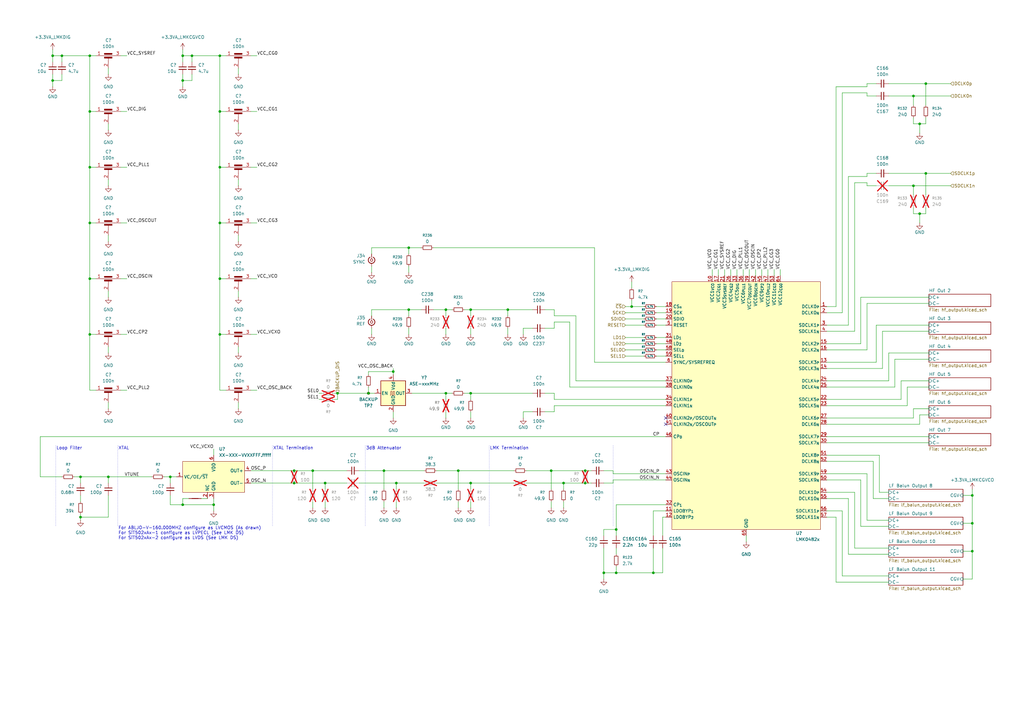
<source format=kicad_sch>
(kicad_sch (version 20250114) (generator "eeschema") (generator_version "9.0")
  (paper "A3")
  (text "For ABLJO-V-160.000MHZ configure as LVCMOS (As drawn)\nFor SiT502xAx-1 configure as LVPECL (See LMK DS)\nFor SiT502xAx-2 configure as LVDS (See LMK DS)\n" (at 48.514 215.9 0) (effects (font (size 1.27 1.27)) (justify left top)))
  (text "XTAL" (at 48.514 183.134 0) (effects (font (size 1.27 1.27)) (justify left top)))
  (text "Loop Filter" (at 23.114 183.134 0) (effects (font (size 1.27 1.27)) (justify left top)))
  (text "LMK Termination" (at 200.914 183.134 0) (effects (font (size 1.27 1.27)) (justify left top)))
  (text "3dB Attenuator" (at 150.114 183.134 0) (effects (font (size 1.27 1.27)) (justify left top)))
  (text "XTAL Termination" (at 112.014 183.134 0) (effects (font (size 1.27 1.27)) (justify left top)))
  (junction (at 90.17 137.16))
  (junction (at 120.65 193.04))
  (junction (at 36.83 68.58))
  (junction (at 25.4 22.86))
  (junction (at 374.65 39.37))
  (junction (at 193.04 198.12))
  (junction (at 138.43 161.29))
  (junction (at 69.85 195.58))
  (junction (at 90.17 114.3))
  (junction (at 161.29 152.4))
  (junction (at 36.83 45.72))
  (junction (at 162.56 198.12))
  (junction (at 90.17 68.58))
  (junction (at 252.73 234.95))
  (junction (at 36.83 91.44))
  (junction (at 182.88 161.29))
  (junction (at 377.19 50.8))
  (junction (at 398.78 226.06))
  (junction (at 398.78 203.2))
  (junction (at 90.17 22.86))
  (junction (at 259.08 125.73))
  (junction (at 78.74 22.86))
  (junction (at 240.03 198.12))
  (junction (at 21.59 33.02))
  (junction (at 21.59 22.86))
  (junction (at 247.65 234.95))
  (junction (at 226.06 193.04))
  (junction (at 267.97 234.95))
  (junction (at 240.03 193.04))
  (junction (at 36.83 137.16))
  (junction (at 33.02 195.58))
  (junction (at 90.17 91.44))
  (junction (at 377.19 87.63))
  (junction (at 90.17 45.72))
  (junction (at 374.65 76.2))
  (junction (at 193.04 161.29))
  (junction (at 398.78 214.63))
  (junction (at 231.14 198.12))
  (junction (at 44.45 195.58))
  (junction (at 379.73 71.12))
  (junction (at 157.48 193.04))
  (junction (at 208.28 127))
  (junction (at 74.93 22.86))
  (junction (at 33.02 212.09))
  (junction (at 128.27 193.04))
  (junction (at 167.64 127))
  (junction (at 379.73 34.29))
  (junction (at 182.88 127))
  (junction (at 193.04 127))
  (junction (at 87.63 207.01))
  (junction (at 74.93 207.01))
  (junction (at 151.13 161.29))
  (junction (at 120.65 198.12))
  (junction (at 187.96 193.04))
  (junction (at 167.64 101.6))
  (junction (at 36.83 114.3))
  (junction (at 74.93 33.02))
  (junction (at 252.73 217.17))
  (junction (at 133.35 198.12))
  (junction (at 36.83 22.86))
  (no_connect (at 273.05 171.45))
  (no_connect (at 273.05 173.99))
  (wire (pts (xy 128.27 193.04) (xy 128.27 200.66)))
  (wire (pts (xy 227.33 134.62) (xy 227.33 132.08)))
  (wire (pts (xy 44.45 50.8) (xy 44.45 53.34)))
  (wire (pts (xy 44.45 203.2) (xy 44.45 212.09)))
  (wire (pts (xy 187.96 193.04) (xy 187.96 200.66)))
  (wire (pts (xy 350.52 201.93) (xy 350.52 224.79)))
  (wire (pts (xy 360.68 186.69) (xy 360.68 201.93)))
  (wire (pts (xy 247.65 234.95) (xy 247.65 237.49)))
  (wire (pts (xy 355.6 72.39) (xy 355.6 71.12)))
  (wire (pts (xy 394.97 203.2) (xy 398.78 203.2)))
  (wire (pts (xy 49.53 45.72) (xy 52.07 45.72)))
  (wire (pts (xy 339.09 128.27) (xy 345.44 128.27)))
  (wire (pts (xy 102.87 137.16) (xy 105.41 137.16)))
  (wire (pts (xy 379.73 80.01) (xy 379.73 71.12)))
  (wire (pts (xy 355.6 74.93) (xy 355.6 76.2)))
  (wire (pts (xy 33.02 212.09) (xy 33.02 213.36)))
  (polyline (pts (xy 200.66 182.88) (xy 200.66 215.9)) (stroke (width 0) (type dot)))
  (wire (pts (xy 90.17 91.44) (xy 92.71 91.44)))
  (wire (pts (xy 49.53 160.02) (xy 52.07 160.02)))
  (wire (pts (xy 90.17 114.3) (xy 92.71 114.3)))
  (wire (pts (xy 193.04 127) (xy 208.28 127)))
  (wire (pts (xy 367.03 158.75) (xy 367.03 147.32)))
  (wire (pts (xy 350.52 224.79) (xy 364.49 224.79)))
  (wire (pts (xy 339.09 201.93) (xy 350.52 201.93)))
  (wire (pts (xy 339.09 189.23) (xy 358.14 189.23)))
  (wire (pts (xy 252.73 217.17) (xy 252.73 219.71)))
  (wire (pts (xy 227.33 161.29) (xy 227.33 163.83)))
  (wire (pts (xy 271.78 219.71) (xy 271.78 212.09)))
  (wire (pts (xy 339.09 212.09) (xy 342.9 212.09)))
  (wire (pts (xy 364.49 76.2) (xy 374.65 76.2)))
  (wire (pts (xy 317.5 110.49) (xy 317.5 113.03)))
  (wire (pts (xy 247.65 193.04) (xy 251.46 193.04)))
  (wire (pts (xy 90.17 22.86) (xy 92.71 22.86)))
  (wire (pts (xy 345.44 236.22) (xy 364.49 236.22)))
  (wire (pts (xy 44.45 165.1) (xy 44.45 167.64)))
  (wire (pts (xy 16.51 179.07) (xy 16.51 195.58)))
  (wire (pts (xy 87.63 207.01) (xy 87.63 209.55)))
  (wire (pts (xy 179.07 198.12) (xy 193.04 198.12)))
  (wire (pts (xy 299.72 110.49) (xy 299.72 113.03)))
  (wire (pts (xy 271.78 212.09) (xy 273.05 212.09)))
  (wire (pts (xy 339.09 133.35) (xy 347.98 133.35)))
  (wire (pts (xy 36.83 114.3) (xy 36.83 137.16)))
  (wire (pts (xy 347.98 72.39) (xy 347.98 133.35)))
  (wire (pts (xy 161.29 152.4) (xy 161.29 153.67)))
  (wire (pts (xy 269.24 125.73) (xy 273.05 125.73)))
  (wire (pts (xy 374.65 167.64) (xy 374.65 171.45)))
  (wire (pts (xy 102.87 91.44) (xy 105.41 91.44)))
  (wire (pts (xy 87.63 207.01) (xy 87.63 204.47)))
  (wire (pts (xy 374.65 76.2) (xy 389.89 76.2)))
  (wire (pts (xy 77.47 204.47) (xy 74.93 204.47)))
  (wire (pts (xy 360.68 201.93) (xy 364.49 201.93)))
  (wire (pts (xy 102.87 68.58) (xy 105.41 68.58)))
  (wire (pts (xy 269.24 128.27) (xy 273.05 128.27)))
  (wire (pts (xy 44.45 73.66) (xy 44.45 76.2)))
  (wire (pts (xy 339.09 140.97) (xy 353.06 140.97)))
  (wire (pts (xy 398.78 200.66) (xy 398.78 203.2)))
  (wire (pts (xy 78.74 22.86) (xy 78.74 25.4)))
  (wire (pts (xy 320.04 110.49) (xy 320.04 113.03)))
  (wire (pts (xy 236.22 129.54) (xy 236.22 156.21)))
  (wire (pts (xy 157.48 205.74) (xy 157.48 208.28)))
  (wire (pts (xy 377.19 87.63) (xy 379.73 87.63)))
  (wire (pts (xy 267.97 234.95) (xy 252.73 234.95)))
  (wire (pts (xy 369.57 163.83) (xy 369.57 156.21)))
  (wire (pts (xy 304.8 110.49) (xy 304.8 113.03)))
  (wire (pts (xy 33.02 210.82) (xy 33.02 212.09)))
  (wire (pts (xy 21.59 22.86) (xy 25.4 22.86)))
  (wire (pts (xy 215.9 193.04) (xy 226.06 193.04)))
  (wire (pts (xy 256.54 133.35) (xy 264.16 133.35)))
  (wire (pts (xy 36.83 137.16) (xy 36.83 160.02)))
  (wire (pts (xy 269.24 138.43) (xy 273.05 138.43)))
  (wire (pts (xy 36.83 45.72) (xy 36.83 68.58)))
  (wire (pts (xy 138.43 161.29) (xy 138.43 163.83)))
  (wire (pts (xy 190.5 161.29) (xy 193.04 161.29)))
  (wire (pts (xy 339.09 156.21) (xy 364.49 156.21)))
  (wire (pts (xy 251.46 193.04) (xy 251.46 194.31)))
  (wire (pts (xy 132.08 163.83) (xy 130.81 163.83)))
  (wire (pts (xy 367.03 147.32) (xy 381 147.32)))
  (wire (pts (xy 74.93 22.86) (xy 74.93 25.4)))
  (wire (pts (xy 251.46 196.85) (xy 251.46 198.12)))
  (wire (pts (xy 193.04 198.12) (xy 210.82 198.12)))
  (wire (pts (xy 267.97 209.55) (xy 273.05 209.55)))
  (wire (pts (xy 193.04 198.12) (xy 193.04 200.66)))
  (wire (pts (xy 355.6 124.46) (xy 381 124.46)))
  (wire (pts (xy 167.64 101.6) (xy 172.72 101.6)))
  (wire (pts (xy 379.73 34.29) (xy 364.49 34.29)))
  (wire (pts (xy 90.17 160.02) (xy 92.71 160.02)))
  (wire (pts (xy 339.09 186.69) (xy 360.68 186.69)))
  (wire (pts (xy 120.65 198.12) (xy 133.35 198.12)))
  (wire (pts (xy 353.06 121.92) (xy 381 121.92)))
  (wire (pts (xy 227.33 132.08) (xy 233.68 132.08)))
  (wire (pts (xy 394.97 226.06) (xy 398.78 226.06)))
  (wire (pts (xy 74.93 207.01) (xy 87.63 207.01)))
  (wire (pts (xy 82.55 204.47) (xy 85.09 204.47)))
  (wire (pts (xy 398.78 226.06) (xy 398.78 237.49)))
  (wire (pts (xy 358.14 189.23) (xy 358.14 204.47)))
  (wire (pts (xy 223.52 161.29) (xy 227.33 161.29)))
  (wire (pts (xy 379.73 34.29) (xy 389.89 34.29)))
  (wire (pts (xy 269.24 146.05) (xy 273.05 146.05)))
  (wire (pts (xy 355.6 35.56) (xy 355.6 34.29)))
  (polyline (pts (xy 48.26 182.88) (xy 48.26 215.9)) (stroke (width 0) (type dot)))
  (wire (pts (xy 374.65 50.8) (xy 377.19 50.8)))
  (wire (pts (xy 355.6 38.1) (xy 355.6 39.37)))
  (wire (pts (xy 167.64 127) (xy 167.64 129.54)))
  (wire (pts (xy 36.83 91.44) (xy 39.37 91.44)))
  (wire (pts (xy 167.64 101.6) (xy 167.64 104.14)))
  (wire (pts (xy 374.65 87.63) (xy 377.19 87.63)))
  (wire (pts (xy 90.17 68.58) (xy 92.71 68.58)))
  (wire (pts (xy 69.85 207.01) (xy 74.93 207.01)))
  (wire (pts (xy 355.6 194.31) (xy 355.6 213.36)))
  (wire (pts (xy 372.11 158.75) (xy 381 158.75)))
  (wire (pts (xy 214.63 134.62) (xy 214.63 137.16)))
  (wire (pts (xy 355.6 213.36) (xy 364.49 213.36)))
  (wire (pts (xy 69.85 203.2) (xy 69.85 207.01)))
  (wire (pts (xy 394.97 214.63) (xy 398.78 214.63)))
  (wire (pts (xy 240.03 193.04) (xy 242.57 193.04)))
  (wire (pts (xy 353.06 215.9) (xy 364.49 215.9)))
  (wire (pts (xy 90.17 114.3) (xy 90.17 137.16)))
  (wire (pts (xy 97.79 142.24) (xy 97.79 144.78)))
  (wire (pts (xy 259.08 125.73) (xy 264.16 125.73)))
  (wire (pts (xy 44.45 195.58) (xy 44.45 198.12)))
  (wire (pts (xy 74.93 204.47) (xy 74.93 207.01)))
  (wire (pts (xy 359.41 148.59) (xy 359.41 133.35)))
  (wire (pts (xy 353.06 140.97) (xy 353.06 121.92)))
  (wire (pts (xy 182.88 127) (xy 182.88 129.54)))
  (wire (pts (xy 252.73 207.01) (xy 252.73 217.17)))
  (wire (pts (xy 309.88 110.49) (xy 309.88 113.03)))
  (wire (pts (xy 223.52 168.91) (xy 227.33 168.91)))
  (wire (pts (xy 162.56 205.74) (xy 162.56 208.28)))
  (wire (pts (xy 161.29 151.13) (xy 161.29 152.4)))
  (wire (pts (xy 252.73 234.95) (xy 247.65 234.95)))
  (wire (pts (xy 36.83 68.58) (xy 36.83 91.44)))
  (wire (pts (xy 36.83 91.44) (xy 36.83 114.3)))
  (wire (pts (xy 97.79 73.66) (xy 97.79 76.2)))
  (wire (pts (xy 214.63 168.91) (xy 218.44 168.91)))
  (wire (pts (xy 182.88 134.62) (xy 182.88 137.16)))
  (wire (pts (xy 227.33 127) (xy 227.33 129.54)))
  (wire (pts (xy 182.88 168.91) (xy 182.88 171.45)))
  (wire (pts (xy 152.4 101.6) (xy 152.4 104.14)))
  (wire (pts (xy 102.87 45.72) (xy 105.41 45.72)))
  (wire (pts (xy 247.65 224.79) (xy 247.65 234.95)))
  (wire (pts (xy 162.56 198.12) (xy 162.56 200.66)))
  (wire (pts (xy 33.02 195.58) (xy 44.45 195.58)))
  (wire (pts (xy 377.19 50.8) (xy 379.73 50.8)))
  (wire (pts (xy 36.83 160.02) (xy 39.37 160.02)))
  (wire (pts (xy 167.64 109.22) (xy 167.64 111.76)))
  (wire (pts (xy 157.48 193.04) (xy 173.99 193.04)))
  (wire (pts (xy 36.83 137.16) (xy 39.37 137.16)))
  (wire (pts (xy 251.46 196.85) (xy 273.05 196.85)))
  (wire (pts (xy 193.04 161.29) (xy 193.04 163.83)))
  (wire (pts (xy 128.27 193.04) (xy 142.24 193.04)))
  (wire (pts (xy 227.33 163.83) (xy 273.05 163.83)))
  (wire (pts (xy 187.96 205.74) (xy 187.96 208.28)))
  (wire (pts (xy 152.4 101.6) (xy 167.64 101.6)))
  (wire (pts (xy 182.88 161.29) (xy 185.42 161.29)))
  (wire (pts (xy 151.13 158.75) (xy 151.13 161.29)))
  (wire (pts (xy 339.09 181.61) (xy 381 181.61)))
  (wire (pts (xy 97.79 119.38) (xy 97.79 121.92)))
  (wire (pts (xy 16.51 179.07) (xy 273.05 179.07)))
  (wire (pts (xy 147.32 193.04) (xy 157.48 193.04)))
  (wire (pts (xy 307.34 110.49) (xy 307.34 113.03)))
  (wire (pts (xy 297.18 110.49) (xy 297.18 113.03)))
  (wire (pts (xy 223.52 127) (xy 227.33 127)))
  (wire (pts (xy 347.98 72.39) (xy 355.6 72.39)))
  (wire (pts (xy 97.79 27.94) (xy 97.79 30.48)))
  (wire (pts (xy 339.09 163.83) (xy 369.57 163.83)))
  (wire (pts (xy 90.17 45.72) (xy 92.71 45.72)))
  (wire (pts (xy 306.07 219.71) (xy 306.07 222.25)))
  (wire (pts (xy 21.59 22.86) (xy 21.59 25.4)))
  (wire (pts (xy 269.24 133.35) (xy 273.05 133.35)))
  (wire (pts (xy 379.73 71.12) (xy 364.49 71.12)))
  (wire (pts (xy 379.73 43.18) (xy 379.73 34.29)))
  (wire (pts (xy 177.8 127) (xy 182.88 127)))
  (wire (pts (xy 102.87 22.86) (xy 105.41 22.86)))
  (wire (pts (xy 21.59 30.48) (xy 21.59 33.02)))
  (wire (pts (xy 187.96 193.04) (xy 210.82 193.04)))
  (wire (pts (xy 269.24 130.81) (xy 273.05 130.81)))
  (wire (pts (xy 256.54 140.97) (xy 264.16 140.97)))
  (wire (pts (xy 21.59 33.02) (xy 25.4 33.02)))
  (wire (pts (xy 243.84 148.59) (xy 243.84 101.6)))
  (wire (pts (xy 152.4 127) (xy 152.4 129.54)))
  (wire (pts (xy 231.14 198.12) (xy 240.03 198.12)))
  (wire (pts (xy 273.05 148.59) (xy 243.84 148.59)))
  (wire (pts (xy 49.53 114.3) (xy 52.07 114.3)))
  (wire (pts (xy 233.68 158.75) (xy 273.05 158.75)))
  (polyline (pts (xy 251.46 182.88) (xy 251.46 215.9)) (stroke (width 0) (type dot)))
  (wire (pts (xy 345.44 38.1) (xy 355.6 38.1)))
  (wire (pts (xy 157.48 193.04) (xy 157.48 200.66)))
  (wire (pts (xy 233.68 132.08) (xy 233.68 158.75)))
  (wire (pts (xy 251.46 194.31) (xy 273.05 194.31)))
  (wire (pts (xy 314.96 110.49) (xy 314.96 113.03)))
  (wire (pts (xy 138.43 161.29) (xy 151.13 161.29)))
  (wire (pts (xy 355.6 71.12) (xy 359.41 71.12)))
  (wire (pts (xy 190.5 127) (xy 193.04 127)))
  (wire (pts (xy 247.65 219.71) (xy 247.65 217.17)))
  (wire (pts (xy 49.53 22.86) (xy 52.07 22.86)))
  (wire (pts (xy 271.78 234.95) (xy 267.97 234.95)))
  (wire (pts (xy 44.45 142.24) (xy 44.45 144.78)))
  (wire (pts (xy 44.45 212.09) (xy 33.02 212.09)))
  (wire (pts (xy 374.65 85.09) (xy 374.65 87.63)))
  (wire (pts (xy 312.42 110.49) (xy 312.42 113.03)))
  (wire (pts (xy 133.35 198.12) (xy 133.35 200.66)))
  (wire (pts (xy 339.09 148.59) (xy 359.41 148.59)))
  (wire (pts (xy 152.4 109.22) (xy 152.4 111.76)))
  (wire (pts (xy 339.09 143.51) (xy 355.6 143.51)))
  (wire (pts (xy 339.09 196.85) (xy 353.06 196.85)))
  (wire (pts (xy 151.13 152.4) (xy 161.29 152.4)))
  (wire (pts (xy 74.93 30.48) (xy 74.93 33.02)))
  (wire (pts (xy 36.83 22.86) (xy 36.83 45.72)))
  (wire (pts (xy 377.19 87.63) (xy 377.19 91.44)))
  (wire (pts (xy 167.64 127) (xy 172.72 127)))
  (wire (pts (xy 78.74 22.86) (xy 90.17 22.86)))
  (wire (pts (xy 398.78 214.63) (xy 398.78 226.06)))
  (wire (pts (xy 138.43 163.83) (xy 137.16 163.83)))
  (polyline (pts (xy 22.86 182.88) (xy 22.86 215.9)) (stroke (width 0) (type dot)))
  (wire (pts (xy 247.65 217.17) (xy 252.73 217.17)))
  (wire (pts (xy 177.8 101.6) (xy 243.84 101.6)))
  (wire (pts (xy 25.4 22.86) (xy 36.83 22.86)))
  (wire (pts (xy 339.09 204.47) (xy 347.98 204.47)))
  (wire (pts (xy 193.04 168.91) (xy 193.04 171.45)))
  (wire (pts (xy 44.45 27.94) (xy 44.45 30.48)))
  (wire (pts (xy 355.6 76.2) (xy 359.41 76.2)))
  (wire (pts (xy 381 170.18) (xy 377.19 170.18)))
  (wire (pts (xy 90.17 91.44) (xy 90.17 114.3)))
  (wire (pts (xy 179.07 193.04) (xy 187.96 193.04)))
  (wire (pts (xy 256.54 146.05) (xy 264.16 146.05)))
  (wire (pts (xy 252.73 224.79) (xy 252.73 227.33)))
  (wire (pts (xy 339.09 125.73) (xy 342.9 125.73)))
  (wire (pts (xy 193.04 134.62) (xy 193.04 137.16)))
  (wire (pts (xy 355.6 34.29) (xy 359.41 34.29)))
  (wire (pts (xy 162.56 198.12) (xy 173.99 198.12)))
  (wire (pts (xy 374.65 39.37) (xy 389.89 39.37)))
  (wire (pts (xy 342.9 35.56) (xy 342.9 125.73)))
  (wire (pts (xy 339.09 173.99) (xy 377.19 173.99)))
  (wire (pts (xy 36.83 22.86) (xy 39.37 22.86)))
  (wire (pts (xy 90.17 45.72) (xy 90.17 68.58)))
  (wire (pts (xy 256.54 128.27) (xy 264.16 128.27)))
  (wire (pts (xy 339.09 171.45) (xy 374.65 171.45)))
  (wire (pts (xy 223.52 134.62) (xy 227.33 134.62)))
  (wire (pts (xy 339.09 166.37) (xy 372.11 166.37)))
  (wire (pts (xy 102.87 193.04) (xy 120.65 193.04)))
  (wire (pts (xy 227.33 166.37) (xy 273.05 166.37)))
  (wire (pts (xy 347.98 227.33) (xy 364.49 227.33)))
  (wire (pts (xy 74.93 22.86) (xy 78.74 22.86)))
  (wire (pts (xy 25.4 22.86) (xy 25.4 25.4)))
  (wire (pts (xy 350.52 74.93) (xy 355.6 74.93)))
  (wire (pts (xy 21.59 20.32) (xy 21.59 22.86)))
  (wire (pts (xy 97.79 96.52) (xy 97.79 99.06)))
  (wire (pts (xy 259.08 123.19) (xy 259.08 125.73)))
  (wire (pts (xy 345.44 38.1) (xy 345.44 128.27)))
  (wire (pts (xy 69.85 195.58) (xy 72.39 195.58)))
  (wire (pts (xy 78.74 33.02) (xy 78.74 30.48)))
  (wire (pts (xy 74.93 33.02) (xy 78.74 33.02)))
  (wire (pts (xy 347.98 204.47) (xy 347.98 227.33)))
  (wire (pts (xy 302.26 110.49) (xy 302.26 113.03)))
  (wire (pts (xy 355.6 39.37) (xy 359.41 39.37)))
  (wire (pts (xy 374.65 48.26) (xy 374.65 50.8)))
  (wire (pts (xy 182.88 161.29) (xy 182.88 163.83)))
  (wire (pts (xy 215.9 198.12) (xy 231.14 198.12)))
  (wire (pts (xy 21.59 33.02) (xy 21.59 35.56)))
  (wire (pts (xy 269.24 143.51) (xy 273.05 143.51)))
  (wire (pts (xy 339.09 158.75) (xy 367.03 158.75)))
  (wire (pts (xy 394.97 237.49) (xy 398.78 237.49)))
  (wire (pts (xy 252.73 232.41) (xy 252.73 234.95)))
  (polyline (pts (xy 149.86 182.88) (xy 149.86 215.9)) (stroke (width 0) (type dot)))
  (wire (pts (xy 36.83 114.3) (xy 39.37 114.3)))
  (wire (pts (xy 252.73 207.01) (xy 273.05 207.01)))
  (wire (pts (xy 364.49 39.37) (xy 374.65 39.37)))
  (wire (pts (xy 208.28 127) (xy 218.44 127)))
  (wire (pts (xy 152.4 127) (xy 167.64 127)))
  (wire (pts (xy 226.06 193.04) (xy 240.03 193.04)))
  (wire (pts (xy 214.63 134.62) (xy 218.44 134.62)))
  (wire (pts (xy 102.87 198.12) (xy 120.65 198.12)))
  (wire (pts (xy 267.97 219.71) (xy 267.97 209.55)))
  (wire (pts (xy 231.14 205.74) (xy 231.14 208.28)))
  (wire (pts (xy 128.27 205.74) (xy 128.27 208.28)))
  (wire (pts (xy 97.79 165.1) (xy 97.79 167.64)))
  (wire (pts (xy 355.6 124.46) (xy 355.6 143.51)))
  (wire (pts (xy 353.06 196.85) (xy 353.06 215.9)))
  (wire (pts (xy 339.09 135.89) (xy 350.52 135.89)))
  (wire (pts (xy 49.53 91.44) (xy 52.07 91.44)))
  (wire (pts (xy 292.1 110.49) (xy 292.1 113.03)))
  (wire (pts (xy 342.9 238.76) (xy 364.49 238.76)))
  (wire (pts (xy 132.08 161.29) (xy 130.81 161.29)))
  (wire (pts (xy 90.17 68.58) (xy 90.17 91.44)))
  (wire (pts (xy 398.78 203.2) (xy 398.78 214.63)))
  (wire (pts (xy 74.93 20.32) (xy 74.93 22.86)))
  (wire (pts (xy 256.54 130.81) (xy 264.16 130.81)))
  (wire (pts (xy 231.14 198.12) (xy 231.14 200.66)))
  (wire (pts (xy 379.73 50.8) (xy 379.73 48.26)))
  (wire (pts (xy 227.33 129.54) (xy 236.22 129.54)))
  (wire (pts (xy 339.09 151.13) (xy 361.95 151.13)))
  (wire (pts (xy 97.79 50.8) (xy 97.79 53.34)))
  (wire (pts (xy 256.54 143.51) (xy 264.16 143.51)))
  (wire (pts (xy 240.03 198.12) (xy 242.57 198.12)))
  (wire (pts (xy 168.91 161.29) (xy 182.88 161.29)))
  (wire (pts (xy 364.49 204.47) (xy 358.14 204.47)))
  (wire (pts (xy 372.11 166.37) (xy 372.11 158.75)))
  (wire (pts (xy 102.87 160.02) (xy 105.41 160.02)))
  (wire (pts (xy 25.4 33.02) (xy 25.4 30.48)))
  (wire (pts (xy 90.17 137.16) (xy 92.71 137.16)))
  (wire (pts (xy 364.49 156.21) (xy 364.49 144.78)))
  (wire (pts (xy 361.95 135.89) (xy 361.95 151.13)))
  (wire (pts (xy 379.73 71.12) (xy 389.89 71.12)))
  (wire (pts (xy 271.78 224.79) (xy 271.78 234.95)))
  (wire (pts (xy 374.65 167.64) (xy 381 167.64)))
  (wire (pts (xy 147.32 198.12) (xy 162.56 198.12)))
  (wire (pts (xy 256.54 138.43) (xy 264.16 138.43)))
  (wire (pts (xy 369.57 156.21) (xy 381 156.21)))
  (wire (pts (xy 193.04 205.74) (xy 193.04 208.28)))
  (wire (pts (xy 44.45 119.38) (xy 44.45 121.92)))
  (wire (pts (xy 374.65 39.37) (xy 374.65 43.18)))
  (wire (pts (xy 350.52 74.93) (xy 350.52 135.89)))
  (wire (pts (xy 259.08 115.57) (xy 259.08 118.11)))
  (wire (pts (xy 16.51 195.58) (xy 25.4 195.58)))
  (wire (pts (xy 69.85 195.58) (xy 69.85 198.12)))
  (wire (pts (xy 342.9 212.09) (xy 342.9 238.76)))
  (wire (pts (xy 345.44 209.55) (xy 345.44 236.22)))
  (wire (pts (xy 208.28 134.62) (xy 208.28 137.16)))
  (wire (pts (xy 269.24 140.97) (xy 273.05 140.97)))
  (wire (pts (xy 256.54 125.73) (xy 259.08 125.73)))
  (wire (pts (xy 49.53 68.58) (xy 52.07 68.58)))
  (wire (pts (xy 214.63 168.91) (xy 214.63 171.45)))
  (wire (pts (xy 374.65 76.2) (xy 374.65 80.01)))
  (wire (pts (xy 359.41 133.35) (xy 381 133.35)))
  (wire (pts (xy 227.33 168.91) (xy 227.33 166.37)))
  (wire (pts (xy 33.02 203.2) (xy 33.02 205.74)))
  (wire (pts (xy 30.48 195.58) (xy 33.02 195.58)))
  (wire (pts (xy 364.49 144.78) (xy 381 144.78)))
  (wire (pts (xy 90.17 137.16) (xy 90.17 160.02)))
  (wire (pts (xy 236.22 156.21) (xy 273.05 156.21)))
  (wire (pts (xy 133.35 205.74) (xy 133.35 208.28)))
  (wire (pts (xy 133.35 198.12) (xy 142.24 198.12)))
  (wire (pts (xy 120.65 193.04) (xy 128.27 193.04)))
  (wire (pts (xy 74.93 33.02) (xy 74.93 35.56)))
  (wire (pts (xy 152.4 134.62) (xy 152.4 137.16)))
  (wire (pts (xy 182.88 127) (xy 185.42 127)))
  (wire (pts (xy 193.04 127) (xy 193.04 129.54)))
  (wire (pts (xy 381 135.89) (xy 361.95 135.89)))
  (wire (pts (xy 161.29 168.91) (xy 161.29 171.45)))
  (wire (pts (xy 247.65 198.12) (xy 251.46 198.12)))
  (wire (pts (xy 36.83 45.72) (xy 39.37 45.72)))
  (wire (pts (xy 226.06 193.04) (xy 226.06 200.66)))
  (wire (pts (xy 226.06 205.74) (xy 226.06 208.28)))
  (wire (pts (xy 167.64 134.62) (xy 167.64 137.16)))
  (wire (pts (xy 377.19 50.8) (xy 377.19 54.61)))
  (wire (pts (xy 151.13 161.29) (xy 153.67 161.29)))
  (wire (pts (xy 67.31 195.58) (xy 69.85 195.58)))
  (wire (pts (xy 33.02 195.58) (xy 33.02 198.12)))
  (wire (pts (xy 342.9 35.56) (xy 355.6 35.56)))
  (polyline (pts (xy 111.76 182.88) (xy 111.76 215.9)) (stroke (width 0) (type dot)))
  (wire (pts (xy 151.13 153.67) (xy 151.13 152.4)))
  (wire (pts (xy 193.04 161.29) (xy 218.44 161.29)))
  (wire (pts (xy 44.45 195.58) (xy 62.23 195.58)))
  (wire (pts (xy 102.87 114.3) (xy 105.41 114.3)))
  (wire (pts (xy 339.09 209.55) (xy 345.44 209.55)))
  (wire (pts (xy 377.19 170.18) (xy 377.19 173.99)))
  (wire (pts (xy 36.83 68.58) (xy 39.37 68.58)))
  (wire (pts (xy 90.17 22.86) (xy 90.17 45.72)))
  (wire (pts (xy 294.64 110.49) (xy 294.64 113.03)))
  (wire (pts (xy 49.53 137.16) (xy 52.07 137.16)))
  (wire (pts (xy 44.45 96.52) (xy 44.45 99.06)))
  (wire (pts (xy 208.28 127) (xy 208.28 129.54)))
  (wire (pts (xy 339.09 194.31) (xy 355.6 194.31)))
  (wire (pts (xy 267.97 224.79) (xy 267.97 234.95)))
  (wire (pts (xy 87.63 184.15) (xy 87.63 186.69)))
  (wire (pts (xy 138.43 161.29) (xy 137.16 161.29)))
  (wire (pts (xy 339.09 179.07) (xy 381 179.07)))
  (wire (pts (xy 379.73 87.63) (xy 379.73 85.09)))
  (label "VCC_CG2" (at 105.41 68.58 0))
  (label "VCC_VCO" (at 105.41 114.3 0))
  (label "VCC_VCO" (at 292.1 110.49 90))
  (label "VCC_CP2" (at 312.42 110.49 90))
  (label "VCC_PLL1" (at 52.07 68.58 0))
  (label "VCC_OSCOUT" (at 307.34 110.49 90))
  (label "VCC_OSCIN" (at 52.07 114.3 0))
  (label "VCC_OSCIN" (at 309.88 110.49 90))
  (label "CP" (at 270.51 179.07 180))
  (label "VCC_CG3" (at 317.5 110.49 90))
  (label "VCC_CG3" (at 105.41 91.44 0))
  (label "VCC_CG2" (at 299.72 110.49 90))
  (label "VCC_CP2" (at 52.07 137.16 0))
  (label "VCC_PLL2" (at 52.07 160.02 0))
  (label "VCC_SYSREF" (at 52.07 22.86 0))
  (label "VCC_DIG" (at 302.26 110.49 90))
  (label "SEL1" (at 130.81 163.83 180))
  (label "VCC_CG1" (at 105.41 45.72 0))
  (label "VCC_OSC_BACK" (at 105.41 160.02 0))
  (label "OSCIN_N" (at 270.51 196.85 180))
  (label "VTUNE" (at 57.15 195.58 180))
  (label "VCC_CG0" (at 105.41 22.86 0))
  (label "VCC_VCXO" (at 87.63 184.15 180))
  (label "OSCIN_P" (at 270.51 194.31 180))
  (label "VCC_CG1" (at 294.64 110.49 90))
  (label "VCC_VCXO" (at 105.41 137.16 0))
  (label "SEL0" (at 130.81 161.29 180))
  (label "VCC_PLL2" (at 314.96 110.49 90))
  (label "VCC_SYSREF" (at 297.18 110.49 90))
  (label "VCC_PLL1" (at 304.8 110.49 90))
  (label "VCC_CG0" (at 320.04 110.49 90))
  (label "OSC_N" (at 102.87 198.12 0))
  (label "VCC_DIG" (at 52.07 45.72 0))
  (label "VCC_OSC_BACK" (at 161.29 151.13 180))
  (label "OSC_P" (at 102.87 193.04 0))
  (label "VCC_OSCOUT" (at 52.07 91.44 0))
  (hierarchical_label "LD2" (shape input) (at 256.54 140.97 180))
  (hierarchical_label "RESET" (shape input) (at 256.54 133.35 180))
  (hierarchical_label "SEL0" (shape input) (at 256.54 143.51 180))
  (hierarchical_label "SDCLK1n" (shape input) (at 389.89 76.2 0))
  (hierarchical_label "SCK" (shape input) (at 256.54 128.27 180))
  (hierarchical_label "LD1" (shape input) (at 256.54 138.43 180))
  (hierarchical_label "SDCLK1p" (shape input) (at 389.89 71.12 0))
  (hierarchical_label "~{CS}" (shape input) (at 256.54 125.73 180))
  (hierarchical_label "SDIO" (shape input) (at 256.54 130.81 180))
  (hierarchical_label "SEL1" (shape input) (at 256.54 146.05 180))
  (hierarchical_label "BACKUP_DIS" (shape input) (at 138.43 161.29 90))
  (hierarchical_label "DCLK0p" (shape input) (at 389.89 34.29 0))
  (hierarchical_label "DCLK0n" (shape input) (at 389.89 39.37 0))
  (symbol (lib_id "Device:R_Small") (at 176.53 193.04 90) (unit 1)
    (property "Reference" "R?" (at 176.53 187.96 90) (effects (font (size 1.016 1.016))))
    (property "Value" "38.3" (at 176.53 190.5 90))
    (property "Description" "Resistor, small symbol" (effects (hide yes)))
  )
  (symbol (lib_id "power:GND") (at 128.27 208.28 0) (unit 1)
    (property "Reference" "#PWR?" (effects (hide yes)))
    (property "Value" "GND" (at 128.27 213.36 0))
    (property "Description" "Power symbol creates a global label with name \"GND\" , ground" (effects (hide yes)))
  )
  (symbol (lib_id "Device:C_Small") (at 220.98 127 90) (unit 1)
    (property "Reference" "C236" (at 220.9863 120.65 90))
    (property "Value" "100n" (at 220.9863 123.19 90))
    (property "Footprint" "Capacitor_SMD:C_0402_1005Metric" (effects (hide yes)))
    (property "Description" "Unpolarized capacitor, small symbol" (effects (hide yes)))
    (property "DIGIKEY_PN" "490-14603-1-ND" (effects (hide yes)))
  )
  (symbol (lib_id "Device:R_Small") (at 120.65 195.58 0) (mirror y) (unit 1) (dnp yes)
    (property "Reference" "R?" (at 123.19 194.3099 0) (effects (font (size 1.016 1.016)) (justify right)))
    (property "Value" "100" (at 123.19 196.8499 0) (effects (justify right)))
    (property "Description" "Resistor, small symbol" (effects (hide yes)))
  )
  (symbol (lib_id "power:GND") (at 97.79 30.48 0) (unit 1)
    (property "Reference" "#PWR?" (effects (hide yes)))
    (property "Value" "GND" (at 97.79 35.56 0))
    (property "Description" "Power symbol creates a global label with name \"GND\" , ground" (effects (hide yes)))
  )
  (symbol (lib_id "power:GND") (at 193.04 171.45 0) (unit 1)
    (property "Reference" "#PWR?" (effects (hide yes)))
    (property "Value" "GND" (at 193.04 175.26 0))
    (property "Description" "Power symbol creates a global label with name \"GND\" , ground" (effects (hide yes)))
  )
  (symbol (lib_id "power:GND") (at 44.45 99.06 0) (unit 1)
    (property "Reference" "#PWR?" (effects (hide yes)))
    (property "Value" "GND" (at 44.45 104.14 0))
    (property "Description" "Power symbol creates a global label with name \"GND\" , ground" (effects (hide yes)))
  )
  (symbol (lib_id "Device:R_Small") (at 193.04 132.08 0) (unit 1) (dnp yes)
    (property "Reference" "R234" (at 195.58 130.8099 0) (effects (font (size 1.016 1.016)) (justify left)))
    (property "Value" "240" (at 195.58 133.3499 0) (effects (justify left)))
    (property "Description" "Resistor, small symbol" (effects (hide yes)))
  )
  (symbol (lib_id "Device:C_Small") (at 220.98 134.62 270) (unit 1)
    (property "Reference" "C237" (at 220.9737 140.97 90))
    (property "Value" "100n" (at 220.9737 138.43 90))
    (property "Footprint" "Capacitor_SMD:C_0402_1005Metric" (effects (hide yes)))
    (property "Description" "Unpolarized capacitor, small symbol" (effects (hide yes)))
    (property "DIGIKEY_PN" "490-14603-1-ND" (effects (hide yes)))
  )
  (symbol (lib_id "Device:R_Small") (at 167.64 106.68 0) (unit 1)
    (property "Reference" "R230" (at 165.1 105.4099 0) (effects (font (size 1.016 1.016)) (justify right)))
    (property "Value" "49.9" (at 165.1 107.9499 0) (effects (justify right)))
    (property "Description" "Resistor, small symbol" (effects (hide yes)))
  )
  (symbol (lib_id "Device:C_Feedthrough") (at 44.45 48.26 0) (unit 1)
    (property "Reference" "C?" (at 44.45 39.37 0))
    (property "Value" "100n" (at 44.45 41.91 0))
    (property "Description" "Feedthrough capacitor" (effects (hide yes)))
    (property "DIGIKEY_PN" "490-6969-1-ND" (effects (hide yes)))
  )
  (symbol (lib_id "Device:C_Small") (at 21.59 27.94 0) (mirror y) (unit 1)
    (property "Reference" "C?" (at 19.05 26.6762 0) (effects (justify left)))
    (property "Value" "10u" (at 19.05 29.2162 0) (effects (justify left)))
    (property "Footprint" "Capacitor_SMD:C_0603_1608Metric" (effects (hide yes)))
    (property "Description" "Unpolarized capacitor, small symbol" (effects (hide yes)))
    (property "DIGIKEY_PN" "490-10727-1-ND" (effects (hide yes)))
  )
  (symbol (lib_id "power:GND") (at 87.63 209.55 0) (unit 1)
    (property "Reference" "#PWR?" (effects (hide yes)))
    (property "Value" "GND" (at 87.63 214.63 0))
    (property "Description" "Power symbol creates a global label with name \"GND\" , ground" (effects (hide yes)))
  )
  (symbol (lib_id "power:GND") (at 33.02 213.36 0) (unit 1)
    (property "Reference" "#PWR?" (effects (hide yes)))
    (property "Value" "GND" (at 33.02 218.44 0))
    (property "Description" "Power symbol creates a global label with name \"GND\" , ground" (effects (hide yes)))
  )
  (symbol (lib_id "Device:R_Small") (at 187.96 203.2 0) (unit 1)
    (property "Reference" "R?" (at 185.42 201.9299 0) (effects (font (size 1.016 1.016)) (justify right)))
    (property "Value" "150" (at 185.42 204.4699 0) (effects (justify right)))
    (property "Description" "Resistor, small symbol" (effects (hide yes)))
  )
  (symbol (lib_id "Device:C_Small") (at 361.95 71.12 90) (unit 1)
    (property "Reference" "C168" (at 361.9563 64.77 90))
    (property "Value" "100n" (at 361.9563 67.31 90))
    (property "Footprint" "Capacitor_SMD:C_0402_1005Metric" (effects (hide yes)))
    (property "Description" "Unpolarized capacitor, small symbol" (effects (hide yes)))
    (property "DIGIKEY_PN" "490-14603-1-ND" (effects (hide yes)))
  )
  (symbol (lib_id "Device:C_Small") (at 25.4 27.94 0) (unit 1)
    (property "Reference" "C?" (at 27.94 26.6762 0) (effects (justify left)))
    (property "Value" "4.7u" (at 27.94 29.2162 0) (effects (justify left)))
    (property "Footprint" "Capacitor_SMD:C_1206_3216Metric" (effects (hide yes)))
    (property "Description" "Unpolarized capacitor, small symbol" (effects (hide yes)))
    (property "DIGIKEY_PN" "490-GRM31CZ72A475ME11LCT-ND" (effects (hide yes)))
  )
  (symbol (lib_id "Device:C_Small") (at 245.11 198.12 270) (unit 1)
    (property "Reference" "C?" (at 245.1037 204.47 90))
    (property "Value" "100n" (at 245.1037 201.93 90))
    (property "Footprint" "Capacitor_SMD:C_0402_1005Metric" (effects (hide yes)))
    (property "Description" "Unpolarized capacitor, small symbol" (effects (hide yes)))
    (property "DIGIKEY_PN" "490-14603-1-ND" (effects (hide yes)))
  )
  (symbol (lib_id "Device:C_Feedthrough") (at 97.79 162.56 0) (unit 1)
    (property "Reference" "C?" (at 97.79 153.67 0))
    (property "Value" "100n" (at 97.79 156.21 0))
    (property "Description" "Feedthrough capacitor" (effects (hide yes)))
    (property "DIGIKEY_PN" "490-6969-1-ND" (effects (hide yes)))
  )
  (symbol (lib_id "Device:R_Small") (at 266.7 128.27 90) (unit 1)
    (property "Reference" "R?" (at 263.906 127 90) (effects (font (size 0.762 0.762))))
    (property "Value" "4.7k" (at 266.7 128.27 90) (effects (font (size 0.762 0.762))))
    (property "Footprint" "Resistor_SMD:R_0402_1005Metric" (effects (hide yes)))
    (property "Description" "Resistor, small symbol" (effects (hide yes)))
    (property "DIGIKEY_PN" "311-4.7KJRCT-ND" (effects (hide yes)))
  )
  (symbol (lib_id "Device:C_Small") (at 361.95 76.2 90) (mirror x) (unit 1) (dnp yes)
    (property "Reference" "C169" (at 361.9563 82.55 90))
    (property "Value" "100n" (at 361.9563 80.01 90))
    (property "Footprint" "Capacitor_SMD:C_0402_1005Metric" (effects (hide yes)))
    (property "Description" "Unpolarized capacitor, small symbol" (effects (hide yes)))
    (property "DIGIKEY_PN" "490-14603-1-ND" (effects (hide yes)))
  )
  (symbol (lib_id "Device:C_Small") (at 74.93 27.94 0) (mirror y) (unit 1)
    (property "Reference" "C?" (at 72.39 26.6762 0) (effects (justify left)))
    (property "Value" "10u" (at 72.39 29.2162 0) (effects (justify left)))
    (property "Footprint" "Capacitor_SMD:C_0603_1608Metric" (effects (hide yes)))
    (property "Description" "Unpolarized capacitor, small symbol" (effects (hide yes)))
    (property "DIGIKEY_PN" "490-10727-1-ND" (effects (hide yes)))
  )
  (symbol (lib_id "Device:R_Small") (at 226.06 203.2 0) (unit 1)
    (property "Reference" "R?" (at 223.52 201.9299 0) (effects (font (size 1.016 1.016)) (justify right)))
    (property "Value" "49.9" (at 223.52 204.4699 0) (effects (justify right)))
    (property "Description" "Resistor, small symbol" (effects (hide yes)))
  )
  (symbol (lib_id "power:GND") (at 247.65 237.49 0) (mirror y) (unit 1)
    (property "Reference" "#PWR0180" (effects (hide yes)))
    (property "Value" "GND" (at 247.65 242.57 0))
    (property "Description" "Power symbol creates a global label with name \"GND\" , ground" (effects (hide yes)))
  )
  (symbol (lib_id "Device:R_Small") (at 193.04 203.2 0) (mirror y) (unit 1) (dnp yes)
    (property "Reference" "R?" (at 195.58 201.9299 0) (effects (font (size 1.016 1.016)) (justify right)))
    (property "Value" "150" (at 195.58 204.4699 0) (effects (justify right)))
    (property "Description" "Resistor, small symbol" (effects (hide yes)))
  )
  (symbol (lib_id "Device:R_Small") (at 167.64 132.08 0) (unit 1)
    (property "Reference" "R235" (at 165.1 130.8099 0) (effects (font (size 1.016 1.016)) (justify right)))
    (property "Value" "49.9" (at 165.1 133.3499 0) (effects (justify right)))
    (property "Description" "Resistor, small symbol" (effects (hide yes)))
  )
  (symbol (lib_id "Device:NetTie_2") (at 80.01 204.47 0) (unit 1) (in_bom no)
    (property "Reference" "NT?" (effects (hide yes)))
    (property "Value" "NetTie_2" (effects (hide yes)))
    (property "Description" "Net tie, 2 pins" (effects (hide yes)))
  )
  (symbol (lib_id "Device:R_Small") (at 266.7 138.43 90) (unit 1)
    (property "Reference" "R?" (at 263.906 137.16 90) (effects (font (size 0.762 0.762))))
    (property "Value" "4.7k" (at 266.7 138.43 90) (effects (font (size 0.762 0.762))))
    (property "Footprint" "Resistor_SMD:R_0402_1005Metric" (effects (hide yes)))
    (property "Description" "Resistor, small symbol" (effects (hide yes)))
    (property "DIGIKEY_PN" "311-4.7KJRCT-ND" (effects (hide yes)))
  )
  (symbol (lib_id "power:GND") (at 231.14 208.28 0) (unit 1)
    (property "Reference" "#PWR?" (effects (hide yes)))
    (property "Value" "GND" (at 231.14 213.36 0))
    (property "Description" "Power symbol creates a global label with name \"GND\" , ground" (effects (hide yes)))
  )
  (symbol (lib_id "Device:R_Small") (at 259.08 120.65 0) (unit 1)
    (property "Reference" "R?" (at 261.62 119.3799 0) (effects (font (size 1.016 1.016)) (justify left)))
    (property "Value" "4.7k" (at 261.62 121.9199 0) (effects (justify left)))
    (property "Footprint" "Resistor_SMD:R_0402_1005Metric" (effects (hide yes)))
    (property "Description" "Resistor, small symbol" (effects (hide yes)))
    (property "DIGIKEY_PN" "311-4.7KJRCT-ND" (effects (hide yes)))
  )
  (symbol (lib_id "Oscillator:ASE-xxxMHz") (at 161.29 161.29 0) (unit 1)
    (property "Reference" "Y?" (at 173.99 154.8698 0))
    (property "Value" "ASE-xxxMHz" (at 173.99 157.4098 0))
    (property "Footprint" "Oscillator:Oscillator_SMD_Abracon_ASE-4Pin_3.2x2.5mm" (effects (hide yes)))
    (property "Datasheet" "http://www.abracon.com/Oscillators/ASV.pdf" (effects (hide yes)))
    (property "Description" "3.3V CMOS SMD Crystal Clock Oscillator, Abracon" (effects (hide yes)))
  )
  (symbol (lib_id "huskylib:LMK0482x") (at 306.07 166.37 0) (unit 1)
    (property "Reference" "U?" (at 326.39 218.694 0) (effects (justify left)))
    (property "Value" "LMK0482x" (at 326.39 221.234 0) (effects (justify left)))
    (property "Footprint" "Package_DFN_QFN:QFN-64-1EP_9x9mm_P0.5mm_EP4.7x4.7mm_ThermalVias" (effects (hide yes)))
    (property "Datasheet" "https://www.ti.com/lit/ds/symlink/lmk04828.pdf" (effects (hide yes)))
  )
  (symbol (lib_id "Device:C_Small") (at 267.97 222.25 0) (unit 1)
    (property "Reference" "C164" (at 265.43 220.9862 0) (effects (justify right)))
    (property "Value" "10u" (at 265.43 223.5262 0) (effects (justify right)))
    (property "Description" "Unpolarized capacitor, small symbol" (effects (hide yes)))
  )
  (symbol (lib_id "Device:R_Small") (at 182.88 166.37 0) (unit 1) (dnp yes)
    (property "Reference" "R?" (at 180.34 165.0999 0) (effects (font (size 1.016 1.016)) (justify right)))
    (property "Value" "49.9" (at 180.34 167.6399 0) (effects (justify right)))
    (property "Description" "Resistor, small symbol" (effects (hide yes)))
  )
  (symbol (lib_id "Device:C_Feedthrough") (at 97.79 139.7 0) (unit 1)
    (property "Reference" "C?" (at 97.79 130.81 0))
    (property "Value" "100n" (at 97.79 133.35 0))
    (property "Description" "Feedthrough capacitor" (effects (hide yes)))
    (property "DIGIKEY_PN" "490-6969-1-ND" (effects (hide yes)))
  )
  (symbol (lib_id "power:GND") (at 21.59 35.56 0) (unit 1)
    (property "Reference" "#PWR?" (effects (hide yes)))
    (property "Value" "GND" (at 21.59 39.624 0))
    (property "Description" "Power symbol creates a global label with name \"GND\" , ground" (effects (hide yes)))
  )
  (symbol (lib_id "power:GND") (at 133.35 208.28 0) (unit 1)
    (property "Reference" "#PWR?" (effects (hide yes)))
    (property "Value" "GND" (at 133.35 213.36 0))
    (property "Description" "Power symbol creates a global label with name \"GND\" , ground" (effects (hide yes)))
  )
  (symbol (lib_id "Device:C_Feedthrough") (at 44.45 25.4 0) (unit 1)
    (property "Reference" "C?" (at 44.45 16.51 0))
    (property "Value" "100n" (at 44.45 19.05 0))
    (property "Description" "Feedthrough capacitor" (effects (hide yes)))
    (property "DIGIKEY_PN" "490-6969-1-ND" (effects (hide yes)))
  )
  (symbol (lib_id "Device:R_Small") (at 187.96 127 90) (unit 1)
    (property "Reference" "R231" (at 187.96 121.92 90) (effects (font (size 1.016 1.016))))
    (property "Value" "0" (at 187.96 124.46 90))
    (property "Description" "Resistor, small symbol" (effects (hide yes)))
  )
  (symbol (lib_id "power:GND") (at 162.56 208.28 0) (unit 1)
    (property "Reference" "#PWR?" (effects (hide yes)))
    (property "Value" "GND" (at 162.56 213.36 0))
    (property "Description" "Power symbol creates a global label with name \"GND\" , ground" (effects (hide yes)))
  )
  (symbol (lib_id "power:GND") (at 44.45 121.92 0) (unit 1)
    (property "Reference" "#PWR?" (effects (hide yes)))
    (property "Value" "GND" (at 44.45 127 0))
    (property "Description" "Power symbol creates a global label with name \"GND\" , ground" (effects (hide yes)))
  )
  (symbol (lib_id "Device:R_Small") (at 266.7 146.05 90) (unit 1)
    (property "Reference" "R?" (at 263.906 144.78 90) (effects (font (size 0.762 0.762))))
    (property "Value" "4.7k" (at 266.7 146.05 90) (effects (font (size 0.762 0.762))))
    (property "Footprint" "Resistor_SMD:R_0402_1005Metric" (effects (hide yes)))
    (property "Description" "Resistor, small symbol" (effects (hide yes)))
    (property "DIGIKEY_PN" "311-4.7KJRCT-ND" (effects (hide yes)))
  )
  (symbol (lib_id "power:GND") (at 214.63 171.45 0) (unit 1)
    (property "Reference" "#PWR?" (effects (hide yes)))
    (property "Value" "GND" (at 214.63 175.26 0))
    (property "Description" "Power symbol creates a global label with name \"GND\" , ground" (effects (hide yes)))
  )
  (symbol (lib_id "Device:C_Feedthrough") (at 97.79 93.98 0) (unit 1)
    (property "Reference" "C?" (at 97.79 85.09 0))
    (property "Value" "100n" (at 97.79 87.63 0))
    (property "Description" "Feedthrough capacitor" (effects (hide yes)))
    (property "DIGIKEY_PN" "490-6969-1-ND" (effects (hide yes)))
  )
  (symbol (lib_id "power:GND") (at 152.4 111.76 0) (unit 1)
    (property "Reference" "#PWR0254" (effects (hide yes)))
    (property "Value" "GND" (at 152.4 115.57 0))
    (property "Description" "Power symbol creates a global label with name \"GND\" , ground" (effects (hide yes)))
  )
  (symbol (lib_id "power:GND") (at 182.88 137.16 0) (unit 1)
    (property "Reference" "#PWR0248" (effects (hide yes)))
    (property "Value" "GND" (at 182.88 140.97 0))
    (property "Description" "Power symbol creates a global label with name \"GND\" , ground" (effects (hide yes)))
  )
  (symbol (lib_id "Device:C_Feedthrough") (at 44.45 71.12 0) (unit 1)
    (property "Reference" "C?" (at 44.45 62.23 0))
    (property "Value" "100n" (at 44.45 64.77 0))
    (property "Description" "Feedthrough capacitor" (effects (hide yes)))
    (property "DIGIKEY_PN" "490-6969-1-ND" (effects (hide yes)))
  )
  (symbol (lib_id "power:GND") (at 306.07 222.25 0) (unit 1)
    (property "Reference" "#PWR?" (effects (hide yes)))
    (property "Value" "GND" (at 306.07 227.33 0))
    (property "Description" "Power symbol creates a global label with name \"GND\" , ground" (effects (hide yes)))
  )
  (symbol (lib_id "Connector:Conn_Coaxial_Small") (at 152.4 132.08 270) (unit 1)
    (property "Reference" "J35" (at 149.86 130.2903 90) (effects (justify right)))
    (property "Value" "REF" (at 149.86 132.8303 90) (effects (justify right)))
    (property "Description" "small coaxial connector (BNC, SMA, SMB, SMC, Cinch/RCA, LEMO, ...)" (effects (hide yes)))
  )
  (symbol (lib_id "power:GND") (at 97.79 53.34 0) (unit 1)
    (property "Reference" "#PWR?" (effects (hide yes)))
    (property "Value" "GND" (at 97.79 58.42 0))
    (property "Description" "Power symbol creates a global label with name \"GND\" , ground" (effects (hide yes)))
  )
  (symbol (lib_id "Device:R_Small") (at 208.28 132.08 0) (unit 1)
    (property "Reference" "R232" (at 205.74 130.8099 0) (effects (font (size 1.016 1.016)) (justify right)))
    (property "Value" "49.9" (at 205.74 133.3499 0) (effects (justify right)))
    (property "Description" "Resistor, small symbol" (effects (hide yes)))
  )
  (symbol (lib_id "power:GND") (at 167.64 137.16 0) (unit 1)
    (property "Reference" "#PWR0252" (effects (hide yes)))
    (property "Value" "GND" (at 167.64 140.97 0))
    (property "Description" "Power symbol creates a global label with name \"GND\" , ground" (effects (hide yes)))
  )
  (symbol (lib_id "Device:R_Small") (at 134.62 161.29 270) (mirror x) (unit 1) (dnp yes)
    (property "Reference" "R?" (at 134.62 156.21 90) (effects (font (size 1.016 1.016))))
    (property "Value" "0" (at 134.62 158.75 90))
    (property "Description" "Resistor, small symbol" (effects (hide yes)))
  )
  (symbol (lib_id "Device:R_Small") (at 252.73 229.87 0) (mirror y) (unit 1)
    (property "Reference" "R123" (at 255.27 228.5999 0) (effects (font (size 1.016 1.016)) (justify right)))
    (property "Value" "2.7k" (at 255.27 231.1399 0) (effects (justify right)))
    (property "Description" "Resistor, small symbol" (effects (hide yes)))
  )
  (symbol (lib_id "power:GND") (at 208.28 137.16 0) (unit 1)
    (property "Reference" "#PWR0249" (effects (hide yes)))
    (property "Value" "GND" (at 208.28 140.97 0))
    (property "Description" "Power symbol creates a global label with name \"GND\" , ground" (effects (hide yes)))
  )
  (symbol (lib_id "Device:R_Small") (at 162.56 203.2 0) (mirror y) (unit 1) (dnp yes)
    (property "Reference" "R?" (at 165.1 201.9299 0) (effects (font (size 1.016 1.016)) (justify right)))
    (property "Value" "150" (at 165.1 204.4699 0) (effects (justify right)))
    (property "Description" "Resistor, small symbol" (effects (hide yes)))
  )
  (symbol (lib_id "Device:C_Small") (at 144.78 198.12 90) (mirror x) (unit 1) (dnp yes)
    (property "Reference" "C?" (at 144.7863 204.47 90))
    (property "Value" "100n" (at 144.7863 201.93 90))
    (property "Footprint" "Capacitor_SMD:C_0402_1005Metric" (effects (hide yes)))
    (property "Description" "Unpolarized capacitor, small symbol" (effects (hide yes)))
    (property "DIGIKEY_PN" "490-14603-1-ND" (effects (hide yes)))
  )
  (symbol (lib_id "Device:R_Small") (at 27.94 195.58 90) (unit 1)
    (property "Reference" "R?" (at 27.94 190.5 90) (effects (font (size 1.016 1.016))))
    (property "Value" "0" (at 27.94 193.04 90))
    (property "Description" "Resistor, small symbol" (effects (hide yes)))
  )
  (symbol (lib_id "Device:R_Small") (at 133.35 203.2 0) (mirror y) (unit 1) (dnp yes)
    (property "Reference" "R?" (at 135.89 201.9299 0) (effects (font (size 1.016 1.016)) (justify right)))
    (property "Value" "120" (at 135.89 204.4699 0) (effects (justify right)))
    (property "Description" "Resistor, small symbol" (effects (hide yes)))
  )
  (symbol (lib_id "Device:C_Feedthrough") (at 44.45 93.98 0) (unit 1)
    (property "Reference" "C?" (at 44.45 85.09 0))
    (property "Value" "100n" (at 44.45 87.63 0))
    (property "Description" "Feedthrough capacitor" (effects (hide yes)))
    (property "DIGIKEY_PN" "490-6969-1-ND" (effects (hide yes)))
  )
  (symbol (lib_id "Device:R_Small") (at 176.53 198.12 90) (mirror x) (unit 1) (dnp yes)
    (property "Reference" "R?" (at 176.53 203.2 90) (effects (font (size 1.016 1.016))))
    (property "Value" "38.3" (at 176.53 200.66 90))
    (property "Description" "Resistor, small symbol" (effects (hide yes)))
  )
  (symbol (lib_id "power:GND") (at 44.45 76.2 0) (unit 1)
    (property "Reference" "#PWR?" (effects (hide yes)))
    (property "Value" "GND" (at 44.45 81.28 0))
    (property "Description" "Power symbol creates a global label with name \"GND\" , ground" (effects (hide yes)))
  )
  (symbol (lib_id "power:+3.3V") (at 74.93 20.32 0) (unit 1)
    (property "Reference" "#PWR?" (effects (hide yes)))
    (property "Value" "+3.3VA_LMKCGVCO" (at 74.93 15.24 0))
    (property "Description" "Power symbol creates a global label with name \"+3.3V\"" (effects (hide yes)))
  )
  (symbol (lib_id "Device:C_Small") (at 175.26 127 90) (unit 1)
    (property "Reference" "C238" (at 175.2663 120.65 90))
    (property "Value" "100n" (at 175.2663 123.19 90))
    (property "Footprint" "Capacitor_SMD:C_0402_1005Metric" (effects (hide yes)))
    (property "Description" "Unpolarized capacitor, small symbol" (effects (hide yes)))
    (property "DIGIKEY_PN" "490-14603-1-ND" (effects (hide yes)))
  )
  (symbol (lib_id "power:GND") (at 74.93 35.56 0) (unit 1)
    (property "Reference" "#PWR?" (effects (hide yes)))
    (property "Value" "GND" (at 74.93 39.624 0))
    (property "Description" "Power symbol creates a global label with name \"GND\" , ground" (effects (hide yes)))
  )
  (symbol (lib_id "power:GND") (at 97.79 144.78 0) (unit 1)
    (property "Reference" "#PWR?" (effects (hide yes)))
    (property "Value" "GND" (at 97.79 149.86 0))
    (property "Description" "Power symbol creates a global label with name \"GND\" , ground" (effects (hide yes)))
  )
  (symbol (lib_id "Device:R_Small") (at 213.36 198.12 270) (unit 1) (dnp yes)
    (property "Reference" "R?" (at 213.36 203.2 90) (effects (font (size 1.016 1.016))))
    (property "Value" "0" (at 213.36 200.66 90))
    (property "Description" "Resistor, small symbol" (effects (hide yes)))
  )
  (symbol (lib_id "power:GND") (at 44.45 144.78 0) (unit 1)
    (property "Reference" "#PWR?" (effects (hide yes)))
    (property "Value" "GND" (at 44.45 149.86 0))
    (property "Description" "Power symbol creates a global label with name \"GND\" , ground" (effects (hide yes)))
  )
  (symbol (lib_id "Device:R_Small") (at 128.27 203.2 0) (unit 1) (dnp yes)
    (property "Reference" "R?" (at 125.73 201.9299 0) (effects (font (size 1.016 1.016)) (justify right)))
    (property "Value" "120" (at 125.73 204.4699 0) (effects (justify right)))
    (property "Description" "Resistor, small symbol" (effects (hide yes)))
  )
  (symbol (lib_id "Device:C_Small") (at 144.78 193.04 90) (unit 1)
    (property "Reference" "C?" (at 144.7863 186.69 90))
    (property "Value" "100n" (at 144.7863 189.23 90))
    (property "Footprint" "Capacitor_SMD:C_0402_1005Metric" (effects (hide yes)))
    (property "Description" "Unpolarized capacitor, small symbol" (effects (hide yes)))
    (property "DIGIKEY_PN" "490-14603-1-ND" (effects (hide yes)))
  )
  (symbol (lib_id "power:GND") (at 167.64 111.76 0) (unit 1)
    (property "Reference" "#PWR0253" (effects (hide yes)))
    (property "Value" "GND" (at 167.64 115.57 0))
    (property "Description" "Power symbol creates a global label with name \"GND\" , ground" (effects (hide yes)))
  )
  (symbol (lib_id "power:GND") (at 97.79 99.06 0) (unit 1)
    (property "Reference" "#PWR?" (effects (hide yes)))
    (property "Value" "GND" (at 97.79 104.14 0))
    (property "Description" "Power symbol creates a global label with name \"GND\" , ground" (effects (hide yes)))
  )
  (symbol (lib_id "Device:C_Small") (at 247.65 222.25 0) (unit 1)
    (property "Reference" "C160" (at 245.11 220.9862 0) (effects (justify right)))
    (property "Value" "22p" (at 245.11 223.5262 0) (effects (justify right)))
    (property "Description" "Unpolarized capacitor, small symbol" (effects (hide yes)))
  )
  (symbol (lib_id "power:GND") (at 182.88 171.45 0) (unit 1)
    (property "Reference" "#PWR?" (effects (hide yes)))
    (property "Value" "GND" (at 182.88 175.26 0))
    (property "Description" "Power symbol creates a global label with name \"GND\" , ground" (effects (hide yes)))
  )
  (symbol (lib_id "power:GND") (at 97.79 167.64 0) (unit 1)
    (property "Reference" "#PWR?" (effects (hide yes)))
    (property "Value" "GND" (at 97.79 172.72 0))
    (property "Description" "Power symbol creates a global label with name \"GND\" , ground" (effects (hide yes)))
  )
  (symbol (lib_id "Device:R_Small") (at 231.14 203.2 0) (mirror y) (unit 1)
    (property "Reference" "R?" (at 233.68 201.9299 0) (effects (font (size 1.016 1.016)) (justify right)))
    (property "Value" "0" (at 233.68 204.4699 0) (effects (justify right)))
    (property "Description" "Resistor, small symbol" (effects (hide yes)))
  )
  (symbol (lib_id "power:GND") (at 187.96 208.28 0) (unit 1)
    (property "Reference" "#PWR?" (effects (hide yes)))
    (property "Value" "GND" (at 187.96 213.36 0))
    (property "Description" "Power symbol creates a global label with name \"GND\" , ground" (effects (hide yes)))
  )
  (symbol (lib_id "power:GND") (at 226.06 208.28 0) (unit 1)
    (property "Reference" "#PWR?" (effects (hide yes)))
    (property "Value" "GND" (at 226.06 213.36 0))
    (property "Description" "Power symbol creates a global label with name \"GND\" , ground" (effects (hide yes)))
  )
  (symbol (lib_id "Device:C_Small") (at 44.45 200.66 0) (unit 1)
    (property "Reference" "C?" (at 41.91 199.3962 0) (effects (justify right)))
    (property "Value" "100p" (at 41.91 201.9362 0) (effects (justify right)))
    (property "Description" "Unpolarized capacitor, small symbol" (effects (hide yes)))
  )
  (symbol (lib_id "power:GND") (at 44.45 53.34 0) (unit 1)
    (property "Reference" "#PWR?" (effects (hide yes)))
    (property "Value" "GND" (at 44.45 58.42 0))
    (property "Description" "Power symbol creates a global label with name \"GND\" , ground" (effects (hide yes)))
  )
  (symbol (lib_id "power:+3.3V") (at 398.78 200.66 0) (unit 1)
    (property "Reference" "#PWR0186" (effects (hide yes)))
    (property "Value" "+3.3VA_LMKCGVCO" (at 398.78 196.85 0))
    (property "Description" "Power symbol creates a global label with name \"+3.3V\"" (effects (hide yes)))
  )
  (symbol (lib_id "Device:C_Small") (at 220.98 168.91 270) (unit 1)
    (property "Reference" "C?" (at 220.9737 175.26 90))
    (property "Value" "100n" (at 220.9737 172.72 90))
    (property "Footprint" "Capacitor_SMD:C_0402_1005Metric" (effects (hide yes)))
    (property "Description" "Unpolarized capacitor, small symbol" (effects (hide yes)))
    (property "DIGIKEY_PN" "490-14603-1-ND" (effects (hide yes)))
  )
  (symbol (lib_id "Device:C_Small") (at 271.78 222.25 0) (mirror y) (unit 1)
    (property "Reference" "C165" (at 274.32 220.9862 0) (effects (justify right)))
    (property "Value" "100n" (at 274.32 223.5262 0) (effects (justify right)))
    (property "Description" "Unpolarized capacitor, small symbol" (effects (hide yes)))
  )
  (symbol (lib_id "huskylib:SiT5021") (at 87.63 195.58 0) (unit 1)
    (property "Reference" "U?" (at 89.7733 184.15 0) (effects (justify left)))
    (property "Value" "XX-XXX-VVXXFFF.fffff" (at 89.7733 186.69 0) (effects (justify left)))
  )
  (symbol (lib_id "Device:C_Feedthrough") (at 97.79 71.12 0) (unit 1)
    (property "Reference" "C?" (at 97.79 62.23 0))
    (property "Value" "100n" (at 97.79 64.77 0))
    (property "Description" "Feedthrough capacitor" (effects (hide yes)))
    (property "DIGIKEY_PN" "490-6969-1-ND" (effects (hide yes)))
  )
  (symbol (lib_id "Device:R_Small") (at 182.88 132.08 0) (mirror y) (unit 1) (dnp yes)
    (property "Reference" "R233" (at 180.34 130.8099 0) (effects (font (size 1.016 1.016)) (justify left)))
    (property "Value" "240" (at 180.34 133.3499 0) (effects (justify left)))
    (property "Description" "Resistor, small symbol" (effects (hide yes)))
  )
  (symbol (lib_id "power:GND") (at 161.29 171.45 0) (unit 1)
    (property "Reference" "#PWR?" (effects (hide yes)))
    (property "Value" "GND" (at 161.29 176.53 0))
    (property "Description" "Power symbol creates a global label with name \"GND\" , ground" (effects (hide yes)))
  )
  (symbol (lib_id "Device:R_Small") (at 134.62 163.83 270) (unit 1) (dnp yes)
    (property "Reference" "R?" (at 134.62 168.91 90) (effects (font (size 1.016 1.016))))
    (property "Value" "0" (at 134.62 166.37 90))
    (property "Description" "Resistor, small symbol" (effects (hide yes)))
  )
  (symbol (lib_id "power:GND") (at 97.79 76.2 0) (unit 1)
    (property "Reference" "#PWR?" (effects (hide yes)))
    (property "Value" "GND" (at 97.79 81.28 0))
    (property "Description" "Power symbol creates a global label with name \"GND\" , ground" (effects (hide yes)))
  )
  (symbol (lib_id "power:GND") (at 44.45 30.48 0) (unit 1)
    (property "Reference" "#PWR?" (effects (hide yes)))
    (property "Value" "GND" (at 44.45 35.56 0))
    (property "Description" "Power symbol creates a global label with name \"GND\" , ground" (effects (hide yes)))
  )
  (symbol (lib_id "Device:R_Small") (at 379.73 45.72 0) (unit 1)
    (property "Reference" "R134" (at 382.27 44.4499 0) (effects (font (size 1.016 1.016)) (justify left)))
    (property "Value" "240" (at 382.27 46.9899 0) (effects (justify left)))
    (property "Description" "Resistor, small symbol" (effects (hide yes)))
  )
  (symbol (lib_id "Device:R_Small") (at 187.96 161.29 90) (unit 1)
    (property "Reference" "R?" (at 187.96 156.21 90) (effects (font (size 1.016 1.016))))
    (property "Value" "0" (at 187.96 158.75 90))
    (property "Description" "Resistor, small symbol" (effects (hide yes)))
  )
  (symbol (lib_id "Device:R_Small") (at 266.7 130.81 90) (unit 1)
    (property "Reference" "R?" (at 263.906 129.54 90) (effects (font (size 0.762 0.762))))
    (property "Value" "4.7k" (at 266.7 130.81 90) (effects (font (size 0.762 0.762))))
    (property "Footprint" "Resistor_SMD:R_0402_1005Metric" (effects (hide yes)))
    (property "Description" "Resistor, small symbol" (effects (hide yes)))
    (property "DIGIKEY_PN" "311-4.7KJRCT-ND" (effects (hide yes)))
  )
  (symbol (lib_id "Device:R_Small") (at 213.36 193.04 90) (unit 1)
    (property "Reference" "R?" (at 213.36 187.96 90) (effects (font (size 1.016 1.016))))
    (property "Value" "0" (at 213.36 190.5 90))
    (property "Description" "Resistor, small symbol" (effects (hide yes)))
  )
  (symbol (lib_id "Device:R_Small") (at 175.26 101.6 90) (unit 1)
    (property "Reference" "R236" (at 175.26 96.52 90) (effects (font (size 1.016 1.016))))
    (property "Value" "0" (at 175.26 99.06 90))
    (property "Description" "Resistor, small symbol" (effects (hide yes)))
  )
  (symbol (lib_id "power:GND") (at 193.04 137.16 0) (unit 1)
    (property "Reference" "#PWR0251" (effects (hide yes)))
    (property "Value" "GND" (at 193.04 140.97 0))
    (property "Description" "Power symbol creates a global label with name \"GND\" , ground" (effects (hide yes)))
  )
  (symbol (lib_id "Device:C_Small") (at 245.11 193.04 90) (unit 1)
    (property "Reference" "C?" (at 245.1163 186.69 90))
    (property "Value" "100n" (at 245.1163 189.23 90))
    (property "Footprint" "Capacitor_SMD:C_0402_1005Metric" (effects (hide yes)))
    (property "Description" "Unpolarized capacitor, small symbol" (effects (hide yes)))
    (property "DIGIKEY_PN" "490-14603-1-ND" (effects (hide yes)))
  )
  (symbol (lib_id "Device:C_Feedthrough") (at 97.79 48.26 0) (unit 1)
    (property "Reference" "C?" (at 97.79 39.37 0))
    (property "Value" "100n" (at 97.79 41.91 0))
    (property "Description" "Feedthrough capacitor" (effects (hide yes)))
    (property "DIGIKEY_PN" "490-6969-1-ND" (effects (hide yes)))
  )
  (symbol (lib_id "power:GND") (at 214.63 137.16 0) (unit 1)
    (property "Reference" "#PWR0250" (effects (hide yes)))
    (property "Value" "GND" (at 214.63 140.97 0))
    (property "Description" "Power symbol creates a global label with name \"GND\" , ground" (effects (hide yes)))
  )
  (symbol (lib_id "Device:R_Small") (at 193.04 166.37 0) (unit 1)
    (property "Reference" "R?" (at 190.5 165.0999 0) (effects (font (size 1.016 1.016)) (justify right)))
    (property "Value" "49.9" (at 190.5 167.6399 0) (effects (justify right)))
    (property "Description" "Resistor, small symbol" (effects (hide yes)))
  )
  (symbol (lib_id "Device:C_Feedthrough") (at 44.45 162.56 0) (unit 1)
    (property "Reference" "C?" (at 44.45 153.67 0))
    (property "Value" "100n" (at 44.45 156.21 0))
    (property "Description" "Feedthrough capacitor" (effects (hide yes)))
    (property "DIGIKEY_PN" "490-6969-1-ND" (effects (hide yes)))
  )
  (symbol (lib_id "Device:R_Small") (at 374.65 82.55 0) (mirror y) (unit 1) (dnp yes)
    (property "Reference" "R133" (at 372.11 81.2799 0) (effects (font (size 1.016 1.016)) (justify left)))
    (property "Value" "240" (at 372.11 83.8199 0) (effects (justify left)))
    (property "Description" "Resistor, small symbol" (effects (hide yes)))
  )
  (symbol (lib_id "power:GND") (at 44.45 167.64 0) (unit 1)
    (property "Reference" "#PWR?" (effects (hide yes)))
    (property "Value" "GND" (at 44.45 172.72 0))
    (property "Description" "Power symbol creates a global label with name \"GND\" , ground" (effects (hide yes)))
  )
  (symbol (lib_id "Device:R_Small") (at 266.7 140.97 90) (unit 1)
    (property "Reference" "R?" (at 263.906 139.7 90) (effects (font (size 0.762 0.762))))
    (property "Value" "4.7k" (at 266.7 140.97 90) (effects (font (size 0.762 0.762))))
    (property "Footprint" "Resistor_SMD:R_0402_1005Metric" (effects (hide yes)))
    (property "Description" "Resistor, small symbol" (effects (hide yes)))
    (property "DIGIKEY_PN" "311-4.7KJRCT-ND" (effects (hide yes)))
  )
  (symbol (lib_id "Device:C_Feedthrough") (at 97.79 116.84 0) (unit 1)
    (property "Reference" "C?" (at 97.79 107.95 0))
    (property "Value" "100n" (at 97.79 110.49 0))
    (property "Description" "Feedthrough capacitor" (effects (hide yes)))
    (property "DIGIKEY_PN" "490-6969-1-ND" (effects (hide yes)))
  )
  (symbol (lib_id "Device:R_Small") (at 151.13 156.21 0) (mirror y) (unit 1)
    (property "Reference" "R?" (at 148.59 154.9399 0) (effects (font (size 1.016 1.016)) (justify left)))
    (property "Value" "4.7k" (at 148.59 157.4799 0) (effects (justify left)))
    (property "Footprint" "Resistor_SMD:R_0402_1005Metric" (effects (hide yes)))
    (property "Description" "Resistor, small symbol" (effects (hide yes)))
    (property "DIGIKEY_PN" "311-4.7KJRCT-ND" (effects (hide yes)))
  )
  (symbol (lib_id "power:+3.3V") (at 259.08 115.57 0) (unit 1)
    (property "Reference" "#PWR?" (effects (hide yes)))
    (property "Value" "+3.3VA_LMKDIG" (at 259.08 110.49 0))
    (property "Description" "Power symbol creates a global label with name \"+3.3V\"" (effects (hide yes)))
  )
  (symbol (lib_id "Device:C_Feedthrough") (at 97.79 25.4 0) (unit 1)
    (property "Reference" "C?" (at 97.79 16.51 0))
    (property "Value" "100n" (at 97.79 19.05 0))
    (property "Description" "Feedthrough capacitor" (effects (hide yes)))
    (property "DIGIKEY_PN" "490-6969-1-ND" (effects (hide yes)))
  )
  (symbol (lib_id "Device:C_Small") (at 69.85 200.66 0) (unit 1)
    (property "Reference" "C?" (at 67.31 199.3962 0) (effects (justify right)))
    (property "Value" "100p" (at 67.31 201.9362 0) (effects (justify right)))
    (property "Description" "Unpolarized capacitor, small symbol" (effects (hide yes)))
  )
  (symbol (lib_id "power:GND") (at 157.48 208.28 0) (unit 1)
    (property "Reference" "#PWR?" (effects (hide yes)))
    (property "Value" "GND" (at 157.48 213.36 0))
    (property "Description" "Power symbol creates a global label with name \"GND\" , ground" (effects (hide yes)))
  )
  (symbol (lib_id "power:+3.3V") (at 21.59 20.32 0) (unit 1)
    (property "Reference" "#PWR?" (effects (hide yes)))
    (property "Value" "+3.3VA_LMKDIG" (at 21.59 15.24 0))
    (property "Description" "Power symbol creates a global label with name \"+3.3V\"" (effects (hide yes)))
  )
  (symbol (lib_id "Device:R_Small") (at 157.48 203.2 0) (unit 1)
    (property "Reference" "R?" (at 154.94 201.9299 0) (effects (font (size 1.016 1.016)) (justify right)))
    (property "Value" "150" (at 154.94 204.4699 0) (effects (justify right)))
    (property "Description" "Resistor, small symbol" (effects (hide yes)))
  )
  (symbol (lib_id "Device:R_Small") (at 379.73 82.55 0) (unit 1) (dnp yes)
    (property "Reference" "R135" (at 382.27 81.2799 0) (effects (font (size 1.016 1.016)) (justify left)))
    (property "Value" "240" (at 382.27 83.8199 0) (effects (justify left)))
    (property "Description" "Resistor, small symbol" (effects (hide yes)))
  )
  (symbol (lib_id "Device:C_Small") (at 361.95 34.29 90) (unit 1)
    (property "Reference" "C166" (at 361.9563 27.94 90))
    (property "Value" "100n" (at 361.9563 30.48 90))
    (property "Footprint" "Capacitor_SMD:C_0402_1005Metric" (effects (hide yes)))
    (property "Description" "Unpolarized capacitor, small symbol" (effects (hide yes)))
    (property "DIGIKEY_PN" "490-14603-1-ND" (effects (hide yes)))
  )
  (symbol (lib_id "Connector:Conn_Coaxial_Small") (at 152.4 106.68 270) (unit 1)
    (property "Reference" "J34" (at 149.86 104.8903 90) (effects (justify right)))
    (property "Value" "SYNC" (at 149.86 107.4303 90) (effects (justify right)))
    (property "Description" "small coaxial connector (BNC, SMA, SMB, SMC, Cinch/RCA, LEMO, ...)" (effects (hide yes)))
  )
  (symbol (lib_id "power:GND") (at 97.79 121.92 0) (unit 1)
    (property "Reference" "#PWR?" (effects (hide yes)))
    (property "Value" "GND" (at 97.79 127 0))
    (property "Description" "Power symbol creates a global label with name \"GND\" , ground" (effects (hide yes)))
  )
  (symbol (lib_id "Device:R_Small") (at 266.7 133.35 90) (unit 1)
    (property "Reference" "R?" (at 263.906 132.08 90) (effects (font (size 0.762 0.762))))
    (property "Value" "4.7k" (at 266.7 133.35 90) (effects (font (size 0.762 0.762))))
    (property "Footprint" "Resistor_SMD:R_0402_1005Metric" (effects (hide yes)))
    (property "Description" "Resistor, small symbol" (effects (hide yes)))
    (property "DIGIKEY_PN" "311-4.7KJRCT-ND" (effects (hide yes)))
  )
  (symbol (lib_id "power:GND") (at 377.19 91.44 0) (unit 1)
    (property "Reference" "#PWR0185" (effects (hide yes)))
    (property "Value" "GND" (at 377.19 95.25 0))
    (property "Description" "Power symbol creates a global label with name \"GND\" , ground" (effects (hide yes)))
  )
  (symbol (lib_id "Device:R_Small") (at 64.77 195.58 90) (unit 1)
    (property "Reference" "R?" (at 64.77 190.5 90) (effects (font (size 1.016 1.016))))
    (property "Value" "0" (at 64.77 193.04 90))
    (property "Description" "Resistor, small symbol" (effects (hide yes)))
  )
  (symbol (lib_id "Device:R_Small") (at 240.03 195.58 0) (unit 1) (dnp yes)
    (property "Reference" "R?" (at 237.49 194.3099 0) (effects (font (size 1.016 1.016)) (justify right)))
    (property "Value" "100" (at 237.49 196.8499 0) (effects (justify right)))
    (property "Description" "Resistor, small symbol" (effects (hide yes)))
  )
  (symbol (lib_id "power:GND") (at 377.19 54.61 0) (unit 1)
    (property "Reference" "#PWR0184" (effects (hide yes)))
    (property "Value" "GND" (at 377.19 58.42 0))
    (property "Description" "Power symbol creates a global label with name \"GND\" , ground" (effects (hide yes)))
  )
  (symbol (lib_id "Device:C_Feedthrough") (at 44.45 139.7 0) (unit 1)
    (property "Reference" "C?" (at 44.45 130.81 0))
    (property "Value" "100n" (at 44.45 133.35 0))
    (property "Description" "Feedthrough capacitor" (effects (hide yes)))
    (property "DIGIKEY_PN" "490-6969-1-ND" (effects (hide yes)))
  )
  (symbol (lib_id "Device:C_Small") (at 252.73 222.25 0) (mirror y) (unit 1)
    (property "Reference" "C161" (at 255.27 220.9862 0) (effects (justify right)))
    (property "Value" "2.2n" (at 255.27 223.5262 0) (effects (justify right)))
    (property "Description" "Unpolarized capacitor, small symbol" (effects (hide yes)))
  )
  (symbol (lib_id "Device:R_Small") (at 33.02 208.28 0) (unit 1)
    (property "Reference" "R?" (at 30.48 207.0099 0) (effects (font (size 1.016 1.016)) (justify right)))
    (property "Value" "39k" (at 30.48 209.5499 0) (effects (justify right)))
    (property "Description" "Resistor, small symbol" (effects (hide yes)))
  )
  (symbol (lib_id "Device:C_Feedthrough") (at 44.45 116.84 0) (unit 1)
    (property "Reference" "C?" (at 44.45 107.95 0))
    (property "Value" "100n" (at 44.45 110.49 0))
    (property "Description" "Feedthrough capacitor" (effects (hide yes)))
    (property "DIGIKEY_PN" "490-6969-1-ND" (effects (hide yes)))
  )
  (symbol (lib_id "Device:C_Small") (at 220.98 161.29 90) (unit 1)
    (property "Reference" "C?" (at 220.9863 154.94 90))
    (property "Value" "100n" (at 220.9863 157.48 90))
    (property "Footprint" "Capacitor_SMD:C_0402_1005Metric" (effects (hide yes)))
    (property "Description" "Unpolarized capacitor, small symbol" (effects (hide yes)))
    (property "DIGIKEY_PN" "490-14603-1-ND" (effects (hide yes)))
  )
  (symbol (lib_id "Device:C_Small") (at 33.02 200.66 0) (unit 1)
    (property "Reference" "C?" (at 30.48 199.3962 0) (effects (justify right)))
    (property "Value" "0.68n" (at 30.48 201.9362 0) (effects (justify right)))
    (property "Description" "Unpolarized capacitor, small symbol" (effects (hide yes)))
  )
  (symbol (lib_id "Connector:TestPoint_Small") (at 151.13 161.29 270) (unit 1)
    (property "Reference" "TP?" (at 151.13 166.37 90))
    (property "Value" "BACKUP" (at 151.13 163.83 90))
    (property "Footprint" "TestPoint:TestPoint_Keystone_5015_Micro_Mini" (effects (hide yes)))
    (property "Description" "test point" (effects (hide yes)))
    (property "DIGIKEY_PN" "36-5015CT-ND" (effects (hide yes)))
  )
  (symbol (lib_id "Device:R_Small") (at 266.7 143.51 90) (unit 1)
    (property "Reference" "R?" (at 263.906 142.24 90) (effects (font (size 0.762 0.762))))
    (property "Value" "4.7k" (at 266.7 143.51 90) (effects (font (size 0.762 0.762))))
    (property "Footprint" "Resistor_SMD:R_0402_1005Metric" (effects (hide yes)))
    (property "Description" "Resistor, small symbol" (effects (hide yes)))
    (property "DIGIKEY_PN" "311-4.7KJRCT-ND" (effects (hide yes)))
  )
  (symbol (lib_id "Device:C_Small") (at 361.95 39.37 90) (mirror x) (unit 1)
    (property "Reference" "C167" (at 361.9563 45.72 90))
    (property "Value" "100n" (at 361.9563 43.18 90))
    (property "Footprint" "Capacitor_SMD:C_0402_1005Metric" (effects (hide yes)))
    (property "Description" "Unpolarized capacitor, small symbol" (effects (hide yes)))
    (property "DIGIKEY_PN" "490-14603-1-ND" (effects (hide yes)))
  )
  (symbol (lib_id "power:GND") (at 193.04 208.28 0) (unit 1)
    (property "Reference" "#PWR?" (effects (hide yes)))
    (property "Value" "GND" (at 193.04 213.36 0))
    (property "Description" "Power symbol creates a global label with name \"GND\" , ground" (effects (hide yes)))
  )
  (symbol (lib_id "Device:R_Small") (at 266.7 125.73 90) (unit 1)
    (property "Reference" "R?" (at 263.906 124.46 90) (effects (font (size 0.762 0.762))))
    (property "Value" "4.7k" (at 266.7 125.73 90) (effects (font (size 0.762 0.762))))
    (property "Footprint" "Resistor_SMD:R_0402_1005Metric" (effects (hide yes)))
    (property "Description" "Resistor, small symbol" (effects (hide yes)))
    (property "DIGIKEY_PN" "311-4.7KJRCT-ND" (effects (hide yes)))
  )
  (symbol (lib_id "Device:R_Small") (at 374.65 45.72 0) (mirror y) (unit 1)
    (property "Reference" "R132" (at 372.11 44.4499 0) (effects (font (size 1.016 1.016)) (justify left)))
    (property "Value" "240" (at 372.11 46.9899 0) (effects (justify left)))
    (property "Description" "Resistor, small symbol" (effects (hide yes)))
  )
  (symbol (lib_id "Device:C_Small") (at 78.74 27.94 0) (unit 1)
    (property "Reference" "C?" (at 81.28 26.6762 0) (effects (justify left)))
    (property "Value" "4.7u" (at 81.28 29.2162 0) (effects (justify left)))
    (property "Footprint" "Capacitor_SMD:C_1206_3216Metric" (effects (hide yes)))
    (property "Description" "Unpolarized capacitor, small symbol" (effects (hide yes)))
    (property "DIGIKEY_PN" "490-GRM31CZ72A475ME11LCT-ND" (effects (hide yes)))
  )
  (symbol (lib_id "power:GND") (at 152.4 137.16 0) (unit 1)
    (property "Reference" "#PWR0255" (effects (hide yes)))
    (property "Value" "GND" (at 152.4 140.97 0))
    (property "Description" "Power symbol creates a global label with name \"GND\" , ground" (effects (hide yes)))
  )
  (sheet (at 364.49 212.09) (size 30.48 5.08) (stroke (width 0.1524))
    (property "Sheetname" "LF Balun Output 9" (at 364.49 211.3784 0) (effects (justify left bottom)))
    (property "Sheetfile" "lf_balun_output.kicad_sch" (at 364.49 217.7546 0) (effects (justify left top)))
    (pin "C+" input (at 364.49 213.36 180))
    (pin "C-" input (at 364.49 215.9 180))
    (pin "CGV" input (at 394.97 214.63 0))
  )
  (sheet (at 364.49 200.66) (size 30.48 5.08) (stroke (width 0.1524))
    (property "Sheetname" "LF Balun Output 8" (at 364.49 199.9484 0) (effects (justify left bottom)))
    (property "Sheetfile" "lf_balun_output.kicad_sch" (at 364.49 206.3246 0) (effects (justify left top)))
    (pin "C+" input (at 364.49 201.93 180))
    (pin "C-" input (at 364.49 204.47 180))
    (pin "CGV" input (at 394.97 203.2 0))
  )
  (sheet (at 381 154.94) (size 25.4 5.08) (stroke (width 0.1524))
    (property "Sheetname" "HF Out 5" (at 381 154.2284 0) (effects (justify left bottom)))
    (property "Sheetfile" "hf_output.kicad_sch" (at 381 160.6046 0) (effects (justify left top)))
    (pin "C+" input (at 381 156.21 180))
    (pin "C-" input (at 381 158.75 180))
  )
  (sheet (at 364.49 234.95) (size 30.48 5.08) (stroke (width 0.1524))
    (property "Sheetname" "LF Balun Output 11" (at 364.49 234.2384 0) (effects (justify left bottom)))
    (property "Sheetfile" "lf_balun_output.kicad_sch" (at 364.49 240.6146 0) (effects (justify left top)))
    (pin "C+" input (at 364.49 236.22 180))
    (pin "C-" input (at 364.49 238.76 180))
    (pin "CGV" input (at 394.97 237.49 0))
  )
  (sheet (at 364.49 223.52) (size 30.48 5.08) (stroke (width 0.1524))
    (property "Sheetname" "LF Balun Output 10" (at 364.49 222.8084 0) (effects (justify left bottom)))
    (property "Sheetfile" "lf_balun_output.kicad_sch" (at 364.49 229.1846 0) (effects (justify left top)))
    (pin "C+" input (at 364.49 224.79 180))
    (pin "C-" input (at 364.49 227.33 180))
    (pin "CGV" input (at 394.97 226.06 0))
  )
  (sheet (at 381 143.51) (size 25.4 5.08) (stroke (width 0.1524))
    (property "Sheetname" "HF Out 4" (at 381 142.7984 0) (effects (justify left bottom)))
    (property "Sheetfile" "hf_output.kicad_sch" (at 381 149.1746 0) (effects (justify left top)))
    (pin "C+" input (at 381 144.78 180))
    (pin "C-" input (at 381 147.32 180))
  )
  (sheet (at 381 120.65) (size 25.4 5.08) (stroke (width 0.1524))
    (property "Sheetname" "HF Out 2" (at 381 119.9384 0) (effects (justify left bottom)))
    (property "Sheetfile" "hf_output.kicad_sch" (at 381 126.3146 0) (effects (justify left top)))
    (pin "C+" input (at 381 121.92 180))
    (pin "C-" input (at 381 124.46 180))
  )
  (sheet (at 381 166.37) (size 25.4 5.08) (stroke (width 0.1524))
    (property "Sheetname" "HF Out 6" (at 381 165.6584 0) (effects (justify left bottom)))
    (property "Sheetfile" "hf_output.kicad_sch" (at 381 172.0346 0) (effects (justify left top)))
    (pin "C+" input (at 381 167.64 180))
    (pin "C-" input (at 381 170.18 180))
  )
  (sheet (at 381 132.08) (size 25.4 5.08) (stroke (width 0.1524))
    (property "Sheetname" "HF Out 3" (at 381 131.3684 0) (effects (justify left bottom)))
    (property "Sheetfile" "hf_output.kicad_sch" (at 381 137.7446 0) (effects (justify left top)))
    (pin "C+" input (at 381 133.35 180))
    (pin "C-" input (at 381 135.89 180))
  )
  (sheet (at 381 177.8) (size 25.4 5.08) (stroke (width 0.1524))
    (property "Sheetname" "HF Out 7" (at 381 177.0884 0) (effects (justify left bottom)))
    (property "Sheetfile" "hf_output.kicad_sch" (at 381 183.4646 0) (effects (justify left top)))
    (pin "C+" input (at 381 179.07 180))
    (pin "C-" input (at 381 181.61 180))
  )
)
</source>
